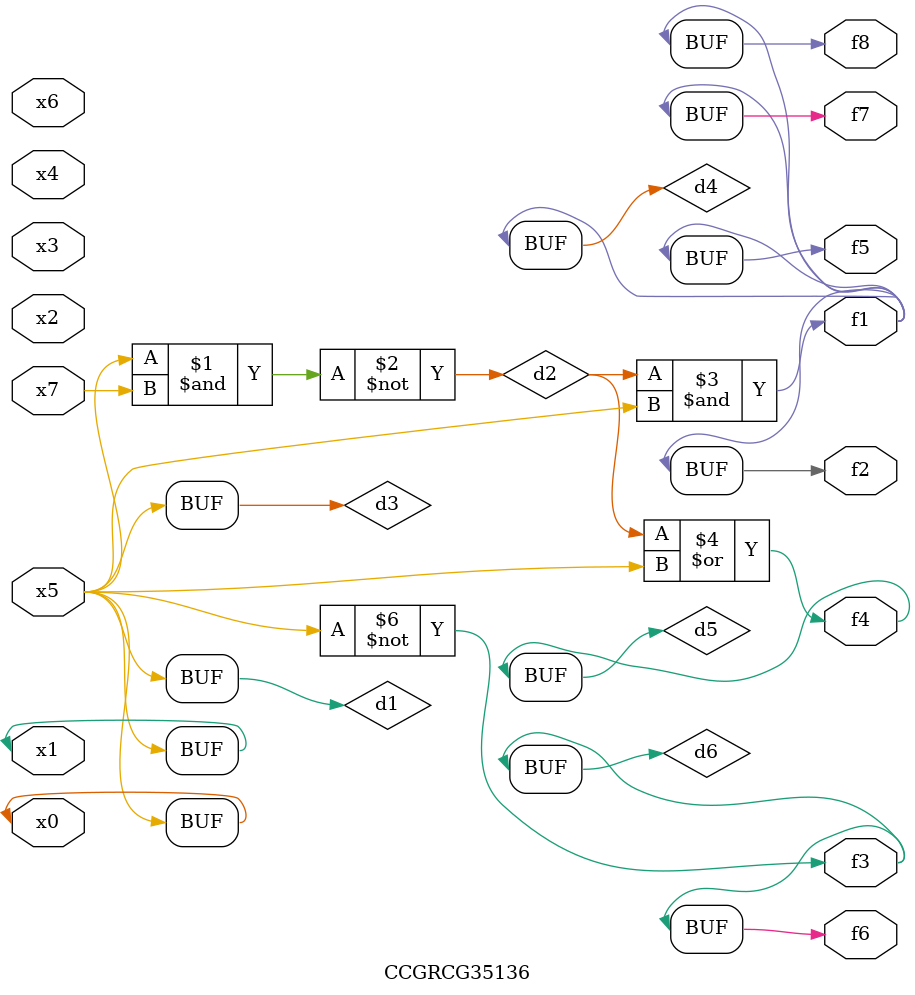
<source format=v>
module CCGRCG35136(
	input x0, x1, x2, x3, x4, x5, x6, x7,
	output f1, f2, f3, f4, f5, f6, f7, f8
);

	wire d1, d2, d3, d4, d5, d6;

	buf (d1, x0, x5);
	nand (d2, x5, x7);
	buf (d3, x0, x1);
	and (d4, d2, d3);
	or (d5, d2, d3);
	nor (d6, d1, d3);
	assign f1 = d4;
	assign f2 = d4;
	assign f3 = d6;
	assign f4 = d5;
	assign f5 = d4;
	assign f6 = d6;
	assign f7 = d4;
	assign f8 = d4;
endmodule

</source>
